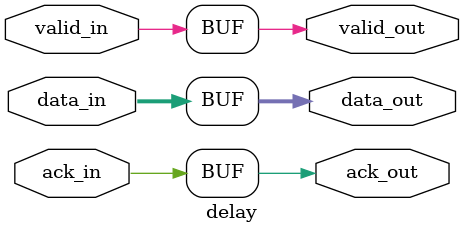
<source format=v>
`timescale 1ns / 1ps


module delay(
    valid_in,
    ack_in,
    data_in,
    valid_out,
    ack_out,
    data_out
    );
    parameter DATA_WIDTH = 3;
    input valid_in;
    input ack_in;
    input [DATA_WIDTH-1:0] data_in;
    output reg valid_out;
    output reg ack_out;
    output reg [DATA_WIDTH-1:0] data_out;
    always@(*)
    begin
        #5;
        valid_out <= valid_in;
        ack_out <= ack_in;
        data_out <= data_in;
    end
endmodule

</source>
